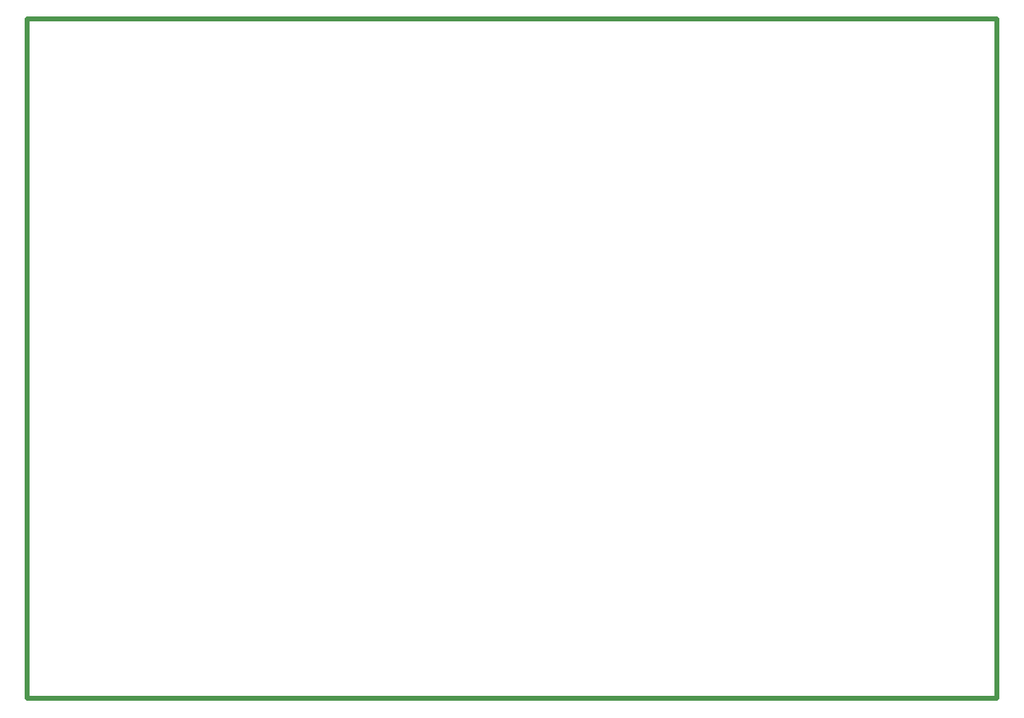
<source format=gbr>
G04*
G04 #@! TF.GenerationSoftware,Altium Limited,Altium Designer,24.1.2 (44)*
G04*
G04 Layer_Color=16711935*
%FSLAX44Y44*%
%MOMM*%
G71*
G04*
G04 #@! TF.SameCoordinates,98FF00E1-DB16-4AB4-99D8-1D2B7C447DA4*
G04*
G04*
G04 #@! TF.FilePolarity,Positive*
G04*
G01*
G75*
%ADD71C,0.5080*%
D71*
X-497840Y-349250D02*
X501650D01*
X-497840Y350750D02*
X501650D01*
Y-349250D02*
Y350750D01*
X-497840Y-349250D02*
Y350750D01*
M02*

</source>
